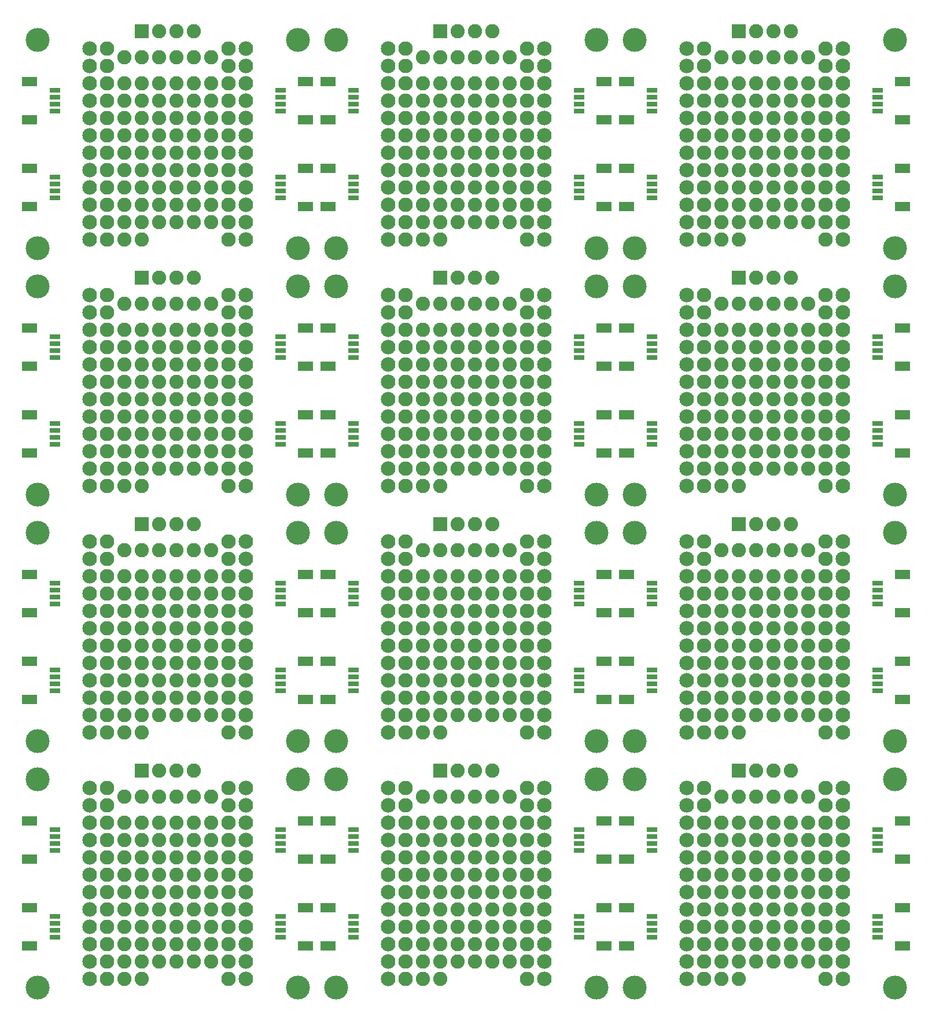
<source format=gts>
G75*
%MOIN*%
%OFA0B0*%
%FSLAX25Y25*%
%IPPOS*%
%LPD*%
%AMOC8*
5,1,8,0,0,1.08239X$1,22.5*
%
%ADD10C,0.08300*%
%ADD11C,0.08400*%
%ADD12R,0.08200X0.08200*%
%ADD13C,0.08200*%
%ADD14R,0.08674X0.05524*%
%ADD15R,0.06115X0.03162*%
%ADD16C,0.13800*%
D10*
X0133333Y0091000D03*
X0133333Y0101000D03*
X0133333Y0111000D03*
X0133333Y0121000D03*
X0133333Y0131000D03*
X0133333Y0141000D03*
X0133333Y0151000D03*
X0133333Y0161000D03*
X0133333Y0171000D03*
X0133333Y0181000D03*
X0133333Y0191000D03*
X0133333Y0201000D03*
X0133333Y0233000D03*
X0133333Y0243000D03*
X0133333Y0253000D03*
X0133333Y0263000D03*
X0133333Y0273000D03*
X0133333Y0283000D03*
X0133333Y0293000D03*
X0133333Y0303000D03*
X0133333Y0313000D03*
X0133333Y0323000D03*
X0133333Y0333000D03*
X0133333Y0343000D03*
X0133333Y0375000D03*
X0133333Y0385000D03*
X0133333Y0395000D03*
X0133333Y0405000D03*
X0133333Y0415000D03*
X0133333Y0425000D03*
X0133333Y0435000D03*
X0133333Y0445000D03*
X0133333Y0455000D03*
X0133333Y0465000D03*
X0133333Y0475000D03*
X0133333Y0485000D03*
X0133333Y0517000D03*
X0133333Y0527000D03*
X0133333Y0537000D03*
X0133333Y0547000D03*
X0133333Y0557000D03*
X0133333Y0567000D03*
X0133333Y0577000D03*
X0133333Y0587000D03*
X0133333Y0597000D03*
X0133333Y0607000D03*
X0133333Y0617000D03*
X0133333Y0627000D03*
X0203333Y0627000D03*
X0203333Y0617000D03*
X0203333Y0607000D03*
X0203333Y0597000D03*
X0203333Y0587000D03*
X0203333Y0577000D03*
X0203333Y0567000D03*
X0203333Y0557000D03*
X0203333Y0547000D03*
X0203333Y0537000D03*
X0203333Y0527000D03*
X0203333Y0517000D03*
X0203333Y0485000D03*
X0203333Y0475000D03*
X0203333Y0465000D03*
X0203333Y0455000D03*
X0203333Y0445000D03*
X0203333Y0435000D03*
X0203333Y0425000D03*
X0203333Y0415000D03*
X0203333Y0405000D03*
X0203333Y0395000D03*
X0203333Y0385000D03*
X0203333Y0375000D03*
X0203333Y0343000D03*
X0203333Y0333000D03*
X0203333Y0323000D03*
X0203333Y0313000D03*
X0203333Y0303000D03*
X0203333Y0293000D03*
X0203333Y0283000D03*
X0203333Y0273000D03*
X0203333Y0263000D03*
X0203333Y0253000D03*
X0203333Y0243000D03*
X0203333Y0233000D03*
X0203333Y0201000D03*
X0203333Y0191000D03*
X0203333Y0181000D03*
X0203333Y0171000D03*
X0203333Y0161000D03*
X0203333Y0151000D03*
X0203333Y0141000D03*
X0203333Y0131000D03*
X0203333Y0121000D03*
X0203333Y0111000D03*
X0203333Y0101000D03*
X0203333Y0091000D03*
X0305333Y0091000D03*
X0305333Y0101000D03*
X0305333Y0111000D03*
X0305333Y0121000D03*
X0305333Y0131000D03*
X0305333Y0141000D03*
X0305333Y0151000D03*
X0305333Y0161000D03*
X0305333Y0171000D03*
X0305333Y0181000D03*
X0305333Y0191000D03*
X0305333Y0201000D03*
X0305333Y0233000D03*
X0305333Y0243000D03*
X0305333Y0253000D03*
X0305333Y0263000D03*
X0305333Y0273000D03*
X0305333Y0283000D03*
X0305333Y0293000D03*
X0305333Y0303000D03*
X0305333Y0313000D03*
X0305333Y0323000D03*
X0305333Y0333000D03*
X0305333Y0343000D03*
X0305333Y0375000D03*
X0305333Y0385000D03*
X0305333Y0395000D03*
X0305333Y0405000D03*
X0305333Y0415000D03*
X0305333Y0425000D03*
X0305333Y0435000D03*
X0305333Y0445000D03*
X0305333Y0455000D03*
X0305333Y0465000D03*
X0305333Y0475000D03*
X0305333Y0485000D03*
X0305333Y0517000D03*
X0305333Y0527000D03*
X0305333Y0537000D03*
X0305333Y0547000D03*
X0305333Y0557000D03*
X0305333Y0567000D03*
X0305333Y0577000D03*
X0305333Y0587000D03*
X0305333Y0597000D03*
X0305333Y0607000D03*
X0305333Y0617000D03*
X0305333Y0627000D03*
X0375333Y0627000D03*
X0375333Y0617000D03*
X0375333Y0607000D03*
X0375333Y0597000D03*
X0375333Y0587000D03*
X0375333Y0577000D03*
X0375333Y0567000D03*
X0375333Y0557000D03*
X0375333Y0547000D03*
X0375333Y0537000D03*
X0375333Y0527000D03*
X0375333Y0517000D03*
X0375333Y0485000D03*
X0375333Y0475000D03*
X0375333Y0465000D03*
X0375333Y0455000D03*
X0375333Y0445000D03*
X0375333Y0435000D03*
X0375333Y0425000D03*
X0375333Y0415000D03*
X0375333Y0405000D03*
X0375333Y0395000D03*
X0375333Y0385000D03*
X0375333Y0375000D03*
X0375333Y0343000D03*
X0375333Y0333000D03*
X0375333Y0323000D03*
X0375333Y0313000D03*
X0375333Y0303000D03*
X0375333Y0293000D03*
X0375333Y0283000D03*
X0375333Y0273000D03*
X0375333Y0263000D03*
X0375333Y0253000D03*
X0375333Y0243000D03*
X0375333Y0233000D03*
X0375333Y0201000D03*
X0375333Y0191000D03*
X0375333Y0181000D03*
X0375333Y0171000D03*
X0375333Y0161000D03*
X0375333Y0151000D03*
X0375333Y0141000D03*
X0375333Y0131000D03*
X0375333Y0121000D03*
X0375333Y0111000D03*
X0375333Y0101000D03*
X0375333Y0091000D03*
X0477333Y0091000D03*
X0477333Y0101000D03*
X0477333Y0111000D03*
X0477333Y0121000D03*
X0477333Y0131000D03*
X0477333Y0141000D03*
X0477333Y0151000D03*
X0477333Y0161000D03*
X0477333Y0171000D03*
X0477333Y0181000D03*
X0477333Y0191000D03*
X0477333Y0201000D03*
X0477333Y0233000D03*
X0477333Y0243000D03*
X0477333Y0253000D03*
X0477333Y0263000D03*
X0477333Y0273000D03*
X0477333Y0283000D03*
X0477333Y0293000D03*
X0477333Y0303000D03*
X0477333Y0313000D03*
X0477333Y0323000D03*
X0477333Y0333000D03*
X0477333Y0343000D03*
X0477333Y0375000D03*
X0477333Y0385000D03*
X0477333Y0395000D03*
X0477333Y0405000D03*
X0477333Y0415000D03*
X0477333Y0425000D03*
X0477333Y0435000D03*
X0477333Y0445000D03*
X0477333Y0455000D03*
X0477333Y0465000D03*
X0477333Y0475000D03*
X0477333Y0485000D03*
X0477333Y0517000D03*
X0477333Y0527000D03*
X0477333Y0537000D03*
X0477333Y0547000D03*
X0477333Y0557000D03*
X0477333Y0567000D03*
X0477333Y0577000D03*
X0477333Y0587000D03*
X0477333Y0597000D03*
X0477333Y0607000D03*
X0477333Y0617000D03*
X0477333Y0627000D03*
X0547333Y0627000D03*
X0547333Y0617000D03*
X0547333Y0607000D03*
X0547333Y0597000D03*
X0547333Y0587000D03*
X0547333Y0577000D03*
X0547333Y0567000D03*
X0547333Y0557000D03*
X0547333Y0547000D03*
X0547333Y0537000D03*
X0547333Y0527000D03*
X0547333Y0517000D03*
X0547333Y0485000D03*
X0547333Y0475000D03*
X0547333Y0465000D03*
X0547333Y0455000D03*
X0547333Y0445000D03*
X0547333Y0435000D03*
X0547333Y0425000D03*
X0547333Y0415000D03*
X0547333Y0405000D03*
X0547333Y0395000D03*
X0547333Y0385000D03*
X0547333Y0375000D03*
X0547333Y0343000D03*
X0547333Y0333000D03*
X0547333Y0323000D03*
X0547333Y0313000D03*
X0547333Y0303000D03*
X0547333Y0293000D03*
X0547333Y0283000D03*
X0547333Y0273000D03*
X0547333Y0263000D03*
X0547333Y0253000D03*
X0547333Y0243000D03*
X0547333Y0233000D03*
X0547333Y0201000D03*
X0547333Y0191000D03*
X0547333Y0181000D03*
X0547333Y0171000D03*
X0547333Y0161000D03*
X0547333Y0151000D03*
X0547333Y0141000D03*
X0547333Y0131000D03*
X0547333Y0121000D03*
X0547333Y0111000D03*
X0547333Y0101000D03*
X0547333Y0091000D03*
D11*
X0557333Y0091000D03*
X0557333Y0101000D03*
X0557333Y0111000D03*
X0557333Y0121000D03*
X0557333Y0131000D03*
X0557333Y0141000D03*
X0557333Y0151000D03*
X0557333Y0161000D03*
X0557333Y0171000D03*
X0557333Y0181000D03*
X0557333Y0191000D03*
X0557333Y0201000D03*
X0557333Y0233000D03*
X0557333Y0243000D03*
X0557333Y0253000D03*
X0557333Y0263000D03*
X0557333Y0273000D03*
X0557333Y0283000D03*
X0557333Y0293000D03*
X0557333Y0303000D03*
X0557333Y0313000D03*
X0557333Y0323000D03*
X0557333Y0333000D03*
X0557333Y0343000D03*
X0557333Y0375000D03*
X0557333Y0385000D03*
X0557333Y0395000D03*
X0557333Y0405000D03*
X0557333Y0415000D03*
X0557333Y0425000D03*
X0557333Y0435000D03*
X0557333Y0445000D03*
X0557333Y0455000D03*
X0557333Y0465000D03*
X0557333Y0475000D03*
X0557333Y0485000D03*
X0557333Y0517000D03*
X0557333Y0527000D03*
X0557333Y0537000D03*
X0557333Y0547000D03*
X0557333Y0557000D03*
X0557333Y0567000D03*
X0557333Y0577000D03*
X0557333Y0587000D03*
X0557333Y0597000D03*
X0557333Y0607000D03*
X0557333Y0617000D03*
X0557333Y0627000D03*
X0467333Y0627000D03*
X0467333Y0617000D03*
X0467333Y0607000D03*
X0467333Y0597000D03*
X0467333Y0587000D03*
X0467333Y0577000D03*
X0467333Y0567000D03*
X0467333Y0557000D03*
X0467333Y0547000D03*
X0467333Y0537000D03*
X0467333Y0527000D03*
X0467333Y0517000D03*
X0467333Y0485000D03*
X0467333Y0475000D03*
X0467333Y0465000D03*
X0467333Y0455000D03*
X0467333Y0445000D03*
X0467333Y0435000D03*
X0467333Y0425000D03*
X0467333Y0415000D03*
X0467333Y0405000D03*
X0467333Y0395000D03*
X0467333Y0385000D03*
X0467333Y0375000D03*
X0467333Y0343000D03*
X0467333Y0333000D03*
X0467333Y0323000D03*
X0467333Y0313000D03*
X0467333Y0303000D03*
X0467333Y0293000D03*
X0467333Y0283000D03*
X0467333Y0273000D03*
X0467333Y0263000D03*
X0467333Y0253000D03*
X0467333Y0243000D03*
X0467333Y0233000D03*
X0467333Y0201000D03*
X0467333Y0191000D03*
X0467333Y0181000D03*
X0467333Y0171000D03*
X0467333Y0161000D03*
X0467333Y0151000D03*
X0467333Y0141000D03*
X0467333Y0131000D03*
X0467333Y0121000D03*
X0467333Y0111000D03*
X0467333Y0101000D03*
X0467333Y0091000D03*
X0385333Y0091000D03*
X0385333Y0101000D03*
X0385333Y0111000D03*
X0385333Y0121000D03*
X0385333Y0131000D03*
X0385333Y0141000D03*
X0385333Y0151000D03*
X0385333Y0161000D03*
X0385333Y0171000D03*
X0385333Y0181000D03*
X0385333Y0191000D03*
X0385333Y0201000D03*
X0385333Y0233000D03*
X0385333Y0243000D03*
X0385333Y0253000D03*
X0385333Y0263000D03*
X0385333Y0273000D03*
X0385333Y0283000D03*
X0385333Y0293000D03*
X0385333Y0303000D03*
X0385333Y0313000D03*
X0385333Y0323000D03*
X0385333Y0333000D03*
X0385333Y0343000D03*
X0385333Y0375000D03*
X0385333Y0385000D03*
X0385333Y0395000D03*
X0385333Y0405000D03*
X0385333Y0415000D03*
X0385333Y0425000D03*
X0385333Y0435000D03*
X0385333Y0445000D03*
X0385333Y0455000D03*
X0385333Y0465000D03*
X0385333Y0475000D03*
X0385333Y0485000D03*
X0385333Y0517000D03*
X0385333Y0527000D03*
X0385333Y0537000D03*
X0385333Y0547000D03*
X0385333Y0557000D03*
X0385333Y0567000D03*
X0385333Y0577000D03*
X0385333Y0587000D03*
X0385333Y0597000D03*
X0385333Y0607000D03*
X0385333Y0617000D03*
X0385333Y0627000D03*
X0295333Y0627000D03*
X0295333Y0617000D03*
X0295333Y0607000D03*
X0295333Y0597000D03*
X0295333Y0587000D03*
X0295333Y0577000D03*
X0295333Y0567000D03*
X0295333Y0557000D03*
X0295333Y0547000D03*
X0295333Y0537000D03*
X0295333Y0527000D03*
X0295333Y0517000D03*
X0295333Y0485000D03*
X0295333Y0475000D03*
X0295333Y0465000D03*
X0295333Y0455000D03*
X0295333Y0445000D03*
X0295333Y0435000D03*
X0295333Y0425000D03*
X0295333Y0415000D03*
X0295333Y0405000D03*
X0295333Y0395000D03*
X0295333Y0385000D03*
X0295333Y0375000D03*
X0295333Y0343000D03*
X0295333Y0333000D03*
X0295333Y0323000D03*
X0295333Y0313000D03*
X0295333Y0303000D03*
X0295333Y0293000D03*
X0295333Y0283000D03*
X0295333Y0273000D03*
X0295333Y0263000D03*
X0295333Y0253000D03*
X0295333Y0243000D03*
X0295333Y0233000D03*
X0295333Y0201000D03*
X0295333Y0191000D03*
X0295333Y0181000D03*
X0295333Y0171000D03*
X0295333Y0161000D03*
X0295333Y0151000D03*
X0295333Y0141000D03*
X0295333Y0131000D03*
X0295333Y0121000D03*
X0295333Y0111000D03*
X0295333Y0101000D03*
X0295333Y0091000D03*
X0213333Y0091000D03*
X0213333Y0101000D03*
X0213333Y0111000D03*
X0213333Y0121000D03*
X0213333Y0131000D03*
X0213333Y0141000D03*
X0213333Y0151000D03*
X0213333Y0161000D03*
X0213333Y0171000D03*
X0213333Y0181000D03*
X0213333Y0191000D03*
X0213333Y0201000D03*
X0213333Y0233000D03*
X0213333Y0243000D03*
X0213333Y0253000D03*
X0213333Y0263000D03*
X0213333Y0273000D03*
X0213333Y0283000D03*
X0213333Y0293000D03*
X0213333Y0303000D03*
X0213333Y0313000D03*
X0213333Y0323000D03*
X0213333Y0333000D03*
X0213333Y0343000D03*
X0213333Y0375000D03*
X0213333Y0385000D03*
X0213333Y0395000D03*
X0213333Y0405000D03*
X0213333Y0415000D03*
X0213333Y0425000D03*
X0213333Y0435000D03*
X0213333Y0445000D03*
X0213333Y0455000D03*
X0213333Y0465000D03*
X0213333Y0475000D03*
X0213333Y0485000D03*
X0213333Y0517000D03*
X0213333Y0527000D03*
X0213333Y0537000D03*
X0213333Y0547000D03*
X0213333Y0557000D03*
X0213333Y0567000D03*
X0213333Y0577000D03*
X0213333Y0587000D03*
X0213333Y0597000D03*
X0213333Y0607000D03*
X0213333Y0617000D03*
X0213333Y0627000D03*
X0123333Y0627000D03*
X0123333Y0617000D03*
X0123333Y0607000D03*
X0123333Y0597000D03*
X0123333Y0587000D03*
X0123333Y0577000D03*
X0123333Y0567000D03*
X0123333Y0557000D03*
X0123333Y0547000D03*
X0123333Y0537000D03*
X0123333Y0527000D03*
X0123333Y0517000D03*
X0123333Y0485000D03*
X0123333Y0475000D03*
X0123333Y0465000D03*
X0123333Y0455000D03*
X0123333Y0445000D03*
X0123333Y0435000D03*
X0123333Y0425000D03*
X0123333Y0415000D03*
X0123333Y0405000D03*
X0123333Y0395000D03*
X0123333Y0385000D03*
X0123333Y0375000D03*
X0123333Y0343000D03*
X0123333Y0333000D03*
X0123333Y0323000D03*
X0123333Y0313000D03*
X0123333Y0303000D03*
X0123333Y0293000D03*
X0123333Y0283000D03*
X0123333Y0273000D03*
X0123333Y0263000D03*
X0123333Y0253000D03*
X0123333Y0243000D03*
X0123333Y0233000D03*
X0123333Y0201000D03*
X0123333Y0191000D03*
X0123333Y0181000D03*
X0123333Y0171000D03*
X0123333Y0161000D03*
X0123333Y0151000D03*
X0123333Y0141000D03*
X0123333Y0131000D03*
X0123333Y0121000D03*
X0123333Y0111000D03*
X0123333Y0101000D03*
X0123333Y0091000D03*
D12*
X0153333Y0211000D03*
X0153333Y0353000D03*
X0153333Y0495000D03*
X0153333Y0637000D03*
X0325333Y0637000D03*
X0325333Y0495000D03*
X0325333Y0353000D03*
X0325333Y0211000D03*
X0497333Y0211000D03*
X0497333Y0353000D03*
X0497333Y0495000D03*
X0497333Y0637000D03*
D13*
X0507333Y0637000D03*
X0517333Y0637000D03*
X0527333Y0637000D03*
X0527333Y0622000D03*
X0537333Y0622000D03*
X0537333Y0607000D03*
X0527333Y0607000D03*
X0517333Y0607000D03*
X0507333Y0607000D03*
X0497333Y0607000D03*
X0487333Y0607000D03*
X0487333Y0597000D03*
X0487333Y0587000D03*
X0487333Y0577000D03*
X0487333Y0567000D03*
X0487333Y0557000D03*
X0487333Y0547000D03*
X0487333Y0537000D03*
X0487333Y0527000D03*
X0487333Y0517000D03*
X0497333Y0517000D03*
X0497333Y0527000D03*
X0507333Y0527000D03*
X0517333Y0527000D03*
X0517333Y0537000D03*
X0507333Y0537000D03*
X0497333Y0537000D03*
X0497333Y0547000D03*
X0507333Y0547000D03*
X0517333Y0547000D03*
X0517333Y0557000D03*
X0507333Y0557000D03*
X0497333Y0557000D03*
X0497333Y0567000D03*
X0507333Y0567000D03*
X0517333Y0567000D03*
X0517333Y0577000D03*
X0507333Y0577000D03*
X0497333Y0577000D03*
X0497333Y0587000D03*
X0497333Y0597000D03*
X0507333Y0597000D03*
X0507333Y0587000D03*
X0517333Y0587000D03*
X0517333Y0597000D03*
X0527333Y0597000D03*
X0527333Y0587000D03*
X0527333Y0577000D03*
X0537333Y0577000D03*
X0537333Y0587000D03*
X0537333Y0597000D03*
X0537333Y0567000D03*
X0527333Y0567000D03*
X0527333Y0557000D03*
X0537333Y0557000D03*
X0537333Y0547000D03*
X0527333Y0547000D03*
X0527333Y0537000D03*
X0537333Y0537000D03*
X0537333Y0527000D03*
X0527333Y0527000D03*
X0527333Y0495000D03*
X0517333Y0495000D03*
X0507333Y0495000D03*
X0507333Y0480000D03*
X0497333Y0480000D03*
X0487333Y0480000D03*
X0487333Y0465000D03*
X0487333Y0455000D03*
X0487333Y0445000D03*
X0487333Y0435000D03*
X0487333Y0425000D03*
X0487333Y0415000D03*
X0487333Y0405000D03*
X0487333Y0395000D03*
X0487333Y0385000D03*
X0487333Y0375000D03*
X0497333Y0375000D03*
X0497333Y0385000D03*
X0507333Y0385000D03*
X0517333Y0385000D03*
X0517333Y0395000D03*
X0507333Y0395000D03*
X0497333Y0395000D03*
X0497333Y0405000D03*
X0507333Y0405000D03*
X0517333Y0405000D03*
X0517333Y0415000D03*
X0507333Y0415000D03*
X0497333Y0415000D03*
X0497333Y0425000D03*
X0507333Y0425000D03*
X0517333Y0425000D03*
X0517333Y0435000D03*
X0507333Y0435000D03*
X0497333Y0435000D03*
X0497333Y0445000D03*
X0507333Y0445000D03*
X0517333Y0445000D03*
X0517333Y0455000D03*
X0507333Y0455000D03*
X0497333Y0455000D03*
X0497333Y0465000D03*
X0507333Y0465000D03*
X0517333Y0465000D03*
X0527333Y0465000D03*
X0527333Y0455000D03*
X0537333Y0455000D03*
X0537333Y0465000D03*
X0537333Y0480000D03*
X0527333Y0480000D03*
X0517333Y0480000D03*
X0527333Y0445000D03*
X0527333Y0435000D03*
X0537333Y0435000D03*
X0537333Y0445000D03*
X0537333Y0425000D03*
X0527333Y0425000D03*
X0527333Y0415000D03*
X0537333Y0415000D03*
X0537333Y0405000D03*
X0527333Y0405000D03*
X0527333Y0395000D03*
X0537333Y0395000D03*
X0537333Y0385000D03*
X0527333Y0385000D03*
X0527333Y0353000D03*
X0517333Y0353000D03*
X0507333Y0353000D03*
X0507333Y0338000D03*
X0497333Y0338000D03*
X0487333Y0338000D03*
X0487333Y0323000D03*
X0487333Y0313000D03*
X0487333Y0303000D03*
X0487333Y0293000D03*
X0487333Y0283000D03*
X0487333Y0273000D03*
X0487333Y0263000D03*
X0487333Y0253000D03*
X0487333Y0243000D03*
X0487333Y0233000D03*
X0497333Y0233000D03*
X0497333Y0243000D03*
X0507333Y0243000D03*
X0517333Y0243000D03*
X0517333Y0253000D03*
X0507333Y0253000D03*
X0497333Y0253000D03*
X0497333Y0263000D03*
X0507333Y0263000D03*
X0517333Y0263000D03*
X0517333Y0273000D03*
X0507333Y0273000D03*
X0497333Y0273000D03*
X0497333Y0283000D03*
X0507333Y0283000D03*
X0517333Y0283000D03*
X0517333Y0293000D03*
X0507333Y0293000D03*
X0497333Y0293000D03*
X0497333Y0303000D03*
X0507333Y0303000D03*
X0517333Y0303000D03*
X0517333Y0313000D03*
X0507333Y0313000D03*
X0497333Y0313000D03*
X0497333Y0323000D03*
X0507333Y0323000D03*
X0517333Y0323000D03*
X0527333Y0323000D03*
X0527333Y0313000D03*
X0537333Y0313000D03*
X0537333Y0323000D03*
X0537333Y0338000D03*
X0527333Y0338000D03*
X0517333Y0338000D03*
X0527333Y0303000D03*
X0527333Y0293000D03*
X0537333Y0293000D03*
X0537333Y0303000D03*
X0537333Y0283000D03*
X0527333Y0283000D03*
X0527333Y0273000D03*
X0537333Y0273000D03*
X0537333Y0263000D03*
X0527333Y0263000D03*
X0527333Y0253000D03*
X0537333Y0253000D03*
X0537333Y0243000D03*
X0527333Y0243000D03*
X0527333Y0211000D03*
X0517333Y0211000D03*
X0507333Y0211000D03*
X0507333Y0196000D03*
X0497333Y0196000D03*
X0487333Y0196000D03*
X0487333Y0181000D03*
X0487333Y0171000D03*
X0487333Y0161000D03*
X0487333Y0151000D03*
X0487333Y0141000D03*
X0487333Y0131000D03*
X0487333Y0121000D03*
X0487333Y0111000D03*
X0487333Y0101000D03*
X0487333Y0091000D03*
X0497333Y0091000D03*
X0497333Y0101000D03*
X0507333Y0101000D03*
X0517333Y0101000D03*
X0517333Y0111000D03*
X0507333Y0111000D03*
X0497333Y0111000D03*
X0497333Y0121000D03*
X0507333Y0121000D03*
X0517333Y0121000D03*
X0517333Y0131000D03*
X0507333Y0131000D03*
X0497333Y0131000D03*
X0497333Y0141000D03*
X0507333Y0141000D03*
X0517333Y0141000D03*
X0517333Y0151000D03*
X0507333Y0151000D03*
X0497333Y0151000D03*
X0497333Y0161000D03*
X0507333Y0161000D03*
X0517333Y0161000D03*
X0517333Y0171000D03*
X0507333Y0171000D03*
X0497333Y0171000D03*
X0497333Y0181000D03*
X0507333Y0181000D03*
X0517333Y0181000D03*
X0527333Y0181000D03*
X0527333Y0171000D03*
X0537333Y0171000D03*
X0537333Y0181000D03*
X0537333Y0196000D03*
X0527333Y0196000D03*
X0517333Y0196000D03*
X0527333Y0161000D03*
X0527333Y0151000D03*
X0537333Y0151000D03*
X0537333Y0161000D03*
X0537333Y0141000D03*
X0527333Y0141000D03*
X0527333Y0131000D03*
X0537333Y0131000D03*
X0537333Y0121000D03*
X0527333Y0121000D03*
X0527333Y0111000D03*
X0537333Y0111000D03*
X0537333Y0101000D03*
X0527333Y0101000D03*
X0365333Y0101000D03*
X0355333Y0101000D03*
X0345333Y0101000D03*
X0335333Y0101000D03*
X0325333Y0101000D03*
X0315333Y0101000D03*
X0315333Y0091000D03*
X0325333Y0091000D03*
X0325333Y0111000D03*
X0315333Y0111000D03*
X0315333Y0121000D03*
X0325333Y0121000D03*
X0325333Y0131000D03*
X0315333Y0131000D03*
X0315333Y0141000D03*
X0325333Y0141000D03*
X0325333Y0151000D03*
X0315333Y0151000D03*
X0315333Y0161000D03*
X0325333Y0161000D03*
X0325333Y0171000D03*
X0315333Y0171000D03*
X0315333Y0181000D03*
X0325333Y0181000D03*
X0335333Y0181000D03*
X0335333Y0171000D03*
X0345333Y0171000D03*
X0345333Y0181000D03*
X0355333Y0181000D03*
X0355333Y0171000D03*
X0365333Y0171000D03*
X0365333Y0181000D03*
X0365333Y0196000D03*
X0355333Y0196000D03*
X0345333Y0196000D03*
X0335333Y0196000D03*
X0325333Y0196000D03*
X0315333Y0196000D03*
X0335333Y0211000D03*
X0345333Y0211000D03*
X0355333Y0211000D03*
X0355333Y0243000D03*
X0365333Y0243000D03*
X0365333Y0253000D03*
X0355333Y0253000D03*
X0355333Y0263000D03*
X0365333Y0263000D03*
X0365333Y0273000D03*
X0355333Y0273000D03*
X0355333Y0283000D03*
X0365333Y0283000D03*
X0365333Y0293000D03*
X0355333Y0293000D03*
X0355333Y0303000D03*
X0365333Y0303000D03*
X0365333Y0313000D03*
X0355333Y0313000D03*
X0355333Y0323000D03*
X0365333Y0323000D03*
X0365333Y0338000D03*
X0355333Y0338000D03*
X0345333Y0338000D03*
X0335333Y0338000D03*
X0325333Y0338000D03*
X0315333Y0338000D03*
X0315333Y0323000D03*
X0315333Y0313000D03*
X0325333Y0313000D03*
X0325333Y0323000D03*
X0335333Y0323000D03*
X0335333Y0313000D03*
X0345333Y0313000D03*
X0345333Y0323000D03*
X0345333Y0303000D03*
X0335333Y0303000D03*
X0335333Y0293000D03*
X0345333Y0293000D03*
X0345333Y0283000D03*
X0335333Y0283000D03*
X0335333Y0273000D03*
X0345333Y0273000D03*
X0345333Y0263000D03*
X0335333Y0263000D03*
X0335333Y0253000D03*
X0345333Y0253000D03*
X0345333Y0243000D03*
X0335333Y0243000D03*
X0325333Y0243000D03*
X0315333Y0243000D03*
X0315333Y0233000D03*
X0325333Y0233000D03*
X0325333Y0253000D03*
X0315333Y0253000D03*
X0315333Y0263000D03*
X0325333Y0263000D03*
X0325333Y0273000D03*
X0315333Y0273000D03*
X0315333Y0283000D03*
X0325333Y0283000D03*
X0325333Y0293000D03*
X0315333Y0293000D03*
X0315333Y0303000D03*
X0325333Y0303000D03*
X0335333Y0353000D03*
X0345333Y0353000D03*
X0355333Y0353000D03*
X0355333Y0385000D03*
X0365333Y0385000D03*
X0365333Y0395000D03*
X0355333Y0395000D03*
X0355333Y0405000D03*
X0365333Y0405000D03*
X0365333Y0415000D03*
X0355333Y0415000D03*
X0355333Y0425000D03*
X0365333Y0425000D03*
X0365333Y0435000D03*
X0355333Y0435000D03*
X0355333Y0445000D03*
X0365333Y0445000D03*
X0365333Y0455000D03*
X0355333Y0455000D03*
X0355333Y0465000D03*
X0365333Y0465000D03*
X0365333Y0480000D03*
X0355333Y0480000D03*
X0345333Y0480000D03*
X0335333Y0480000D03*
X0325333Y0480000D03*
X0315333Y0480000D03*
X0315333Y0465000D03*
X0315333Y0455000D03*
X0325333Y0455000D03*
X0325333Y0465000D03*
X0335333Y0465000D03*
X0335333Y0455000D03*
X0345333Y0455000D03*
X0345333Y0465000D03*
X0345333Y0445000D03*
X0335333Y0445000D03*
X0335333Y0435000D03*
X0345333Y0435000D03*
X0345333Y0425000D03*
X0335333Y0425000D03*
X0335333Y0415000D03*
X0345333Y0415000D03*
X0345333Y0405000D03*
X0335333Y0405000D03*
X0335333Y0395000D03*
X0345333Y0395000D03*
X0345333Y0385000D03*
X0335333Y0385000D03*
X0325333Y0385000D03*
X0315333Y0385000D03*
X0315333Y0375000D03*
X0325333Y0375000D03*
X0325333Y0395000D03*
X0315333Y0395000D03*
X0315333Y0405000D03*
X0325333Y0405000D03*
X0325333Y0415000D03*
X0315333Y0415000D03*
X0315333Y0425000D03*
X0325333Y0425000D03*
X0325333Y0435000D03*
X0315333Y0435000D03*
X0315333Y0445000D03*
X0325333Y0445000D03*
X0335333Y0495000D03*
X0345333Y0495000D03*
X0355333Y0495000D03*
X0355333Y0527000D03*
X0365333Y0527000D03*
X0365333Y0537000D03*
X0355333Y0537000D03*
X0355333Y0547000D03*
X0365333Y0547000D03*
X0365333Y0557000D03*
X0355333Y0557000D03*
X0355333Y0567000D03*
X0365333Y0567000D03*
X0365333Y0577000D03*
X0355333Y0577000D03*
X0355333Y0587000D03*
X0355333Y0597000D03*
X0365333Y0597000D03*
X0365333Y0587000D03*
X0345333Y0587000D03*
X0335333Y0587000D03*
X0335333Y0577000D03*
X0345333Y0577000D03*
X0345333Y0567000D03*
X0335333Y0567000D03*
X0335333Y0557000D03*
X0345333Y0557000D03*
X0345333Y0547000D03*
X0335333Y0547000D03*
X0335333Y0537000D03*
X0345333Y0537000D03*
X0345333Y0527000D03*
X0335333Y0527000D03*
X0325333Y0527000D03*
X0315333Y0527000D03*
X0315333Y0517000D03*
X0325333Y0517000D03*
X0325333Y0537000D03*
X0315333Y0537000D03*
X0315333Y0547000D03*
X0325333Y0547000D03*
X0325333Y0557000D03*
X0315333Y0557000D03*
X0315333Y0567000D03*
X0325333Y0567000D03*
X0325333Y0577000D03*
X0315333Y0577000D03*
X0315333Y0587000D03*
X0315333Y0597000D03*
X0325333Y0597000D03*
X0325333Y0587000D03*
X0335333Y0597000D03*
X0345333Y0597000D03*
X0345333Y0607000D03*
X0335333Y0607000D03*
X0325333Y0607000D03*
X0315333Y0607000D03*
X0315333Y0622000D03*
X0325333Y0622000D03*
X0335333Y0622000D03*
X0345333Y0622000D03*
X0355333Y0622000D03*
X0365333Y0622000D03*
X0365333Y0607000D03*
X0355333Y0607000D03*
X0355333Y0637000D03*
X0345333Y0637000D03*
X0335333Y0637000D03*
X0193333Y0622000D03*
X0183333Y0622000D03*
X0173333Y0622000D03*
X0163333Y0622000D03*
X0153333Y0622000D03*
X0143333Y0622000D03*
X0143333Y0607000D03*
X0153333Y0607000D03*
X0163333Y0607000D03*
X0163333Y0597000D03*
X0153333Y0597000D03*
X0143333Y0597000D03*
X0143333Y0587000D03*
X0143333Y0577000D03*
X0153333Y0577000D03*
X0153333Y0587000D03*
X0163333Y0587000D03*
X0163333Y0577000D03*
X0163333Y0567000D03*
X0153333Y0567000D03*
X0143333Y0567000D03*
X0143333Y0557000D03*
X0153333Y0557000D03*
X0163333Y0557000D03*
X0163333Y0547000D03*
X0153333Y0547000D03*
X0143333Y0547000D03*
X0143333Y0537000D03*
X0153333Y0537000D03*
X0163333Y0537000D03*
X0163333Y0527000D03*
X0153333Y0527000D03*
X0143333Y0527000D03*
X0143333Y0517000D03*
X0153333Y0517000D03*
X0173333Y0527000D03*
X0183333Y0527000D03*
X0183333Y0537000D03*
X0173333Y0537000D03*
X0173333Y0547000D03*
X0183333Y0547000D03*
X0183333Y0557000D03*
X0173333Y0557000D03*
X0173333Y0567000D03*
X0183333Y0567000D03*
X0183333Y0577000D03*
X0173333Y0577000D03*
X0173333Y0587000D03*
X0173333Y0597000D03*
X0183333Y0597000D03*
X0183333Y0587000D03*
X0193333Y0587000D03*
X0193333Y0577000D03*
X0193333Y0567000D03*
X0193333Y0557000D03*
X0193333Y0547000D03*
X0193333Y0537000D03*
X0193333Y0527000D03*
X0183333Y0495000D03*
X0173333Y0495000D03*
X0163333Y0495000D03*
X0163333Y0480000D03*
X0153333Y0480000D03*
X0143333Y0480000D03*
X0143333Y0465000D03*
X0143333Y0455000D03*
X0153333Y0455000D03*
X0153333Y0465000D03*
X0163333Y0465000D03*
X0163333Y0455000D03*
X0163333Y0445000D03*
X0153333Y0445000D03*
X0143333Y0445000D03*
X0143333Y0435000D03*
X0153333Y0435000D03*
X0163333Y0435000D03*
X0163333Y0425000D03*
X0153333Y0425000D03*
X0143333Y0425000D03*
X0143333Y0415000D03*
X0153333Y0415000D03*
X0163333Y0415000D03*
X0163333Y0405000D03*
X0153333Y0405000D03*
X0143333Y0405000D03*
X0143333Y0395000D03*
X0153333Y0395000D03*
X0163333Y0395000D03*
X0163333Y0385000D03*
X0153333Y0385000D03*
X0143333Y0385000D03*
X0143333Y0375000D03*
X0153333Y0375000D03*
X0173333Y0385000D03*
X0183333Y0385000D03*
X0183333Y0395000D03*
X0173333Y0395000D03*
X0173333Y0405000D03*
X0183333Y0405000D03*
X0183333Y0415000D03*
X0173333Y0415000D03*
X0173333Y0425000D03*
X0183333Y0425000D03*
X0183333Y0435000D03*
X0173333Y0435000D03*
X0173333Y0445000D03*
X0183333Y0445000D03*
X0183333Y0455000D03*
X0173333Y0455000D03*
X0173333Y0465000D03*
X0183333Y0465000D03*
X0193333Y0465000D03*
X0193333Y0455000D03*
X0193333Y0445000D03*
X0193333Y0435000D03*
X0193333Y0425000D03*
X0193333Y0415000D03*
X0193333Y0405000D03*
X0193333Y0395000D03*
X0193333Y0385000D03*
X0183333Y0353000D03*
X0173333Y0353000D03*
X0163333Y0353000D03*
X0163333Y0338000D03*
X0153333Y0338000D03*
X0143333Y0338000D03*
X0143333Y0323000D03*
X0143333Y0313000D03*
X0153333Y0313000D03*
X0153333Y0323000D03*
X0163333Y0323000D03*
X0163333Y0313000D03*
X0163333Y0303000D03*
X0153333Y0303000D03*
X0143333Y0303000D03*
X0143333Y0293000D03*
X0153333Y0293000D03*
X0163333Y0293000D03*
X0163333Y0283000D03*
X0153333Y0283000D03*
X0143333Y0283000D03*
X0143333Y0273000D03*
X0153333Y0273000D03*
X0163333Y0273000D03*
X0163333Y0263000D03*
X0153333Y0263000D03*
X0143333Y0263000D03*
X0143333Y0253000D03*
X0153333Y0253000D03*
X0163333Y0253000D03*
X0163333Y0243000D03*
X0153333Y0243000D03*
X0143333Y0243000D03*
X0143333Y0233000D03*
X0153333Y0233000D03*
X0173333Y0243000D03*
X0183333Y0243000D03*
X0183333Y0253000D03*
X0173333Y0253000D03*
X0173333Y0263000D03*
X0183333Y0263000D03*
X0183333Y0273000D03*
X0173333Y0273000D03*
X0173333Y0283000D03*
X0183333Y0283000D03*
X0183333Y0293000D03*
X0173333Y0293000D03*
X0173333Y0303000D03*
X0183333Y0303000D03*
X0183333Y0313000D03*
X0173333Y0313000D03*
X0173333Y0323000D03*
X0183333Y0323000D03*
X0193333Y0323000D03*
X0193333Y0313000D03*
X0193333Y0303000D03*
X0193333Y0293000D03*
X0193333Y0283000D03*
X0193333Y0273000D03*
X0193333Y0263000D03*
X0193333Y0253000D03*
X0193333Y0243000D03*
X0183333Y0211000D03*
X0173333Y0211000D03*
X0163333Y0211000D03*
X0163333Y0196000D03*
X0153333Y0196000D03*
X0143333Y0196000D03*
X0143333Y0181000D03*
X0143333Y0171000D03*
X0153333Y0171000D03*
X0153333Y0181000D03*
X0163333Y0181000D03*
X0163333Y0171000D03*
X0163333Y0161000D03*
X0153333Y0161000D03*
X0143333Y0161000D03*
X0143333Y0151000D03*
X0153333Y0151000D03*
X0163333Y0151000D03*
X0163333Y0141000D03*
X0153333Y0141000D03*
X0143333Y0141000D03*
X0143333Y0131000D03*
X0153333Y0131000D03*
X0163333Y0131000D03*
X0163333Y0121000D03*
X0153333Y0121000D03*
X0143333Y0121000D03*
X0143333Y0111000D03*
X0153333Y0111000D03*
X0163333Y0111000D03*
X0163333Y0101000D03*
X0153333Y0101000D03*
X0143333Y0101000D03*
X0143333Y0091000D03*
X0153333Y0091000D03*
X0173333Y0101000D03*
X0183333Y0101000D03*
X0183333Y0111000D03*
X0173333Y0111000D03*
X0173333Y0121000D03*
X0183333Y0121000D03*
X0183333Y0131000D03*
X0173333Y0131000D03*
X0173333Y0141000D03*
X0183333Y0141000D03*
X0183333Y0151000D03*
X0173333Y0151000D03*
X0173333Y0161000D03*
X0183333Y0161000D03*
X0183333Y0171000D03*
X0173333Y0171000D03*
X0173333Y0181000D03*
X0183333Y0181000D03*
X0193333Y0181000D03*
X0193333Y0171000D03*
X0193333Y0161000D03*
X0193333Y0151000D03*
X0193333Y0141000D03*
X0193333Y0131000D03*
X0193333Y0121000D03*
X0193333Y0111000D03*
X0193333Y0101000D03*
X0193333Y0196000D03*
X0183333Y0196000D03*
X0173333Y0196000D03*
X0173333Y0338000D03*
X0183333Y0338000D03*
X0193333Y0338000D03*
X0193333Y0480000D03*
X0183333Y0480000D03*
X0173333Y0480000D03*
X0193333Y0597000D03*
X0193333Y0607000D03*
X0183333Y0607000D03*
X0173333Y0607000D03*
X0173333Y0637000D03*
X0183333Y0637000D03*
X0163333Y0637000D03*
X0487333Y0622000D03*
X0497333Y0622000D03*
X0507333Y0622000D03*
X0517333Y0622000D03*
X0365333Y0161000D03*
X0355333Y0161000D03*
X0355333Y0151000D03*
X0365333Y0151000D03*
X0365333Y0141000D03*
X0355333Y0141000D03*
X0355333Y0131000D03*
X0365333Y0131000D03*
X0365333Y0121000D03*
X0355333Y0121000D03*
X0355333Y0111000D03*
X0365333Y0111000D03*
X0345333Y0111000D03*
X0335333Y0111000D03*
X0335333Y0121000D03*
X0345333Y0121000D03*
X0345333Y0131000D03*
X0335333Y0131000D03*
X0335333Y0141000D03*
X0345333Y0141000D03*
X0345333Y0151000D03*
X0335333Y0151000D03*
X0335333Y0161000D03*
X0345333Y0161000D03*
D14*
X0419802Y0159976D03*
X0432865Y0159976D03*
X0432865Y0182024D03*
X0419802Y0182024D03*
X0419802Y0132024D03*
X0432865Y0132024D03*
X0432865Y0109976D03*
X0419802Y0109976D03*
X0419802Y0251976D03*
X0432865Y0251976D03*
X0432865Y0274024D03*
X0419802Y0274024D03*
X0419802Y0301976D03*
X0432865Y0301976D03*
X0432865Y0324024D03*
X0419802Y0324024D03*
X0419802Y0393976D03*
X0432865Y0393976D03*
X0432865Y0416024D03*
X0419802Y0416024D03*
X0419802Y0443976D03*
X0432865Y0443976D03*
X0432865Y0466024D03*
X0419802Y0466024D03*
X0419802Y0535976D03*
X0432865Y0535976D03*
X0432865Y0558024D03*
X0419802Y0558024D03*
X0419802Y0585976D03*
X0432865Y0585976D03*
X0432865Y0608024D03*
X0419802Y0608024D03*
X0260865Y0608024D03*
X0247802Y0608024D03*
X0247802Y0585976D03*
X0260865Y0585976D03*
X0260865Y0558024D03*
X0247802Y0558024D03*
X0247802Y0535976D03*
X0260865Y0535976D03*
X0260865Y0466024D03*
X0247802Y0466024D03*
X0247802Y0443976D03*
X0260865Y0443976D03*
X0260865Y0416024D03*
X0247802Y0416024D03*
X0247802Y0393976D03*
X0260865Y0393976D03*
X0260865Y0324024D03*
X0247802Y0324024D03*
X0247802Y0301976D03*
X0260865Y0301976D03*
X0260865Y0274024D03*
X0247802Y0274024D03*
X0247802Y0251976D03*
X0260865Y0251976D03*
X0260865Y0182024D03*
X0247802Y0182024D03*
X0247802Y0159976D03*
X0260865Y0159976D03*
X0260865Y0132024D03*
X0247802Y0132024D03*
X0247802Y0109976D03*
X0260865Y0109976D03*
X0088865Y0109976D03*
X0088865Y0132024D03*
X0088865Y0159976D03*
X0088865Y0182024D03*
X0088865Y0251976D03*
X0088865Y0274024D03*
X0088865Y0301976D03*
X0088865Y0324024D03*
X0088865Y0393976D03*
X0088865Y0416024D03*
X0088865Y0443976D03*
X0088865Y0466024D03*
X0088865Y0535976D03*
X0088865Y0558024D03*
X0088865Y0585976D03*
X0088865Y0608024D03*
X0591802Y0608024D03*
X0591802Y0585976D03*
X0591802Y0558024D03*
X0591802Y0535976D03*
X0591802Y0466024D03*
X0591802Y0443976D03*
X0591802Y0416024D03*
X0591802Y0393976D03*
X0591802Y0324024D03*
X0591802Y0301976D03*
X0591802Y0274024D03*
X0591802Y0251976D03*
X0591802Y0182024D03*
X0591802Y0159976D03*
X0591802Y0132024D03*
X0591802Y0109976D03*
D15*
X0577333Y0115094D03*
X0577333Y0119031D03*
X0577333Y0122969D03*
X0577333Y0126906D03*
X0577333Y0165094D03*
X0577333Y0169031D03*
X0577333Y0172969D03*
X0577333Y0176906D03*
X0577333Y0257094D03*
X0577333Y0261031D03*
X0577333Y0264969D03*
X0577333Y0268906D03*
X0577333Y0307094D03*
X0577333Y0311031D03*
X0577333Y0314969D03*
X0577333Y0318906D03*
X0577333Y0399094D03*
X0577333Y0403031D03*
X0577333Y0406969D03*
X0577333Y0410906D03*
X0577333Y0449094D03*
X0577333Y0453031D03*
X0577333Y0456969D03*
X0577333Y0460906D03*
X0577333Y0541094D03*
X0577333Y0545031D03*
X0577333Y0548969D03*
X0577333Y0552906D03*
X0577333Y0591094D03*
X0577333Y0595031D03*
X0577333Y0598969D03*
X0577333Y0602906D03*
X0447333Y0602906D03*
X0447333Y0598969D03*
X0447333Y0595031D03*
X0447333Y0591094D03*
X0447333Y0552906D03*
X0447333Y0548969D03*
X0447333Y0545031D03*
X0447333Y0541094D03*
X0405333Y0541094D03*
X0405333Y0545031D03*
X0405333Y0548969D03*
X0405333Y0552906D03*
X0405333Y0591094D03*
X0405333Y0595031D03*
X0405333Y0598969D03*
X0405333Y0602906D03*
X0275333Y0602906D03*
X0275333Y0598969D03*
X0275333Y0595031D03*
X0275333Y0591094D03*
X0275333Y0552906D03*
X0275333Y0548969D03*
X0275333Y0545031D03*
X0275333Y0541094D03*
X0233333Y0541094D03*
X0233333Y0545031D03*
X0233333Y0548969D03*
X0233333Y0552906D03*
X0233333Y0591094D03*
X0233333Y0595031D03*
X0233333Y0598969D03*
X0233333Y0602906D03*
X0103333Y0602906D03*
X0103333Y0598969D03*
X0103333Y0595031D03*
X0103333Y0591094D03*
X0103333Y0552906D03*
X0103333Y0548969D03*
X0103333Y0545031D03*
X0103333Y0541094D03*
X0103333Y0460906D03*
X0103333Y0456969D03*
X0103333Y0453031D03*
X0103333Y0449094D03*
X0103333Y0410906D03*
X0103333Y0406969D03*
X0103333Y0403031D03*
X0103333Y0399094D03*
X0103333Y0318906D03*
X0103333Y0314969D03*
X0103333Y0311031D03*
X0103333Y0307094D03*
X0103333Y0268906D03*
X0103333Y0264969D03*
X0103333Y0261031D03*
X0103333Y0257094D03*
X0103333Y0176906D03*
X0103333Y0172969D03*
X0103333Y0169031D03*
X0103333Y0165094D03*
X0103333Y0126906D03*
X0103333Y0122969D03*
X0103333Y0119031D03*
X0103333Y0115094D03*
X0233333Y0115094D03*
X0233333Y0119031D03*
X0233333Y0122969D03*
X0233333Y0126906D03*
X0233333Y0165094D03*
X0233333Y0169031D03*
X0233333Y0172969D03*
X0233333Y0176906D03*
X0275333Y0176906D03*
X0275333Y0172969D03*
X0275333Y0169031D03*
X0275333Y0165094D03*
X0275333Y0126906D03*
X0275333Y0122969D03*
X0275333Y0119031D03*
X0275333Y0115094D03*
X0405333Y0115094D03*
X0405333Y0119031D03*
X0405333Y0122969D03*
X0405333Y0126906D03*
X0405333Y0165094D03*
X0405333Y0169031D03*
X0405333Y0172969D03*
X0405333Y0176906D03*
X0447333Y0176906D03*
X0447333Y0172969D03*
X0447333Y0169031D03*
X0447333Y0165094D03*
X0447333Y0126906D03*
X0447333Y0122969D03*
X0447333Y0119031D03*
X0447333Y0115094D03*
X0447333Y0257094D03*
X0447333Y0261031D03*
X0447333Y0264969D03*
X0447333Y0268906D03*
X0447333Y0307094D03*
X0447333Y0311031D03*
X0447333Y0314969D03*
X0447333Y0318906D03*
X0405333Y0318906D03*
X0405333Y0314969D03*
X0405333Y0311031D03*
X0405333Y0307094D03*
X0405333Y0268906D03*
X0405333Y0264969D03*
X0405333Y0261031D03*
X0405333Y0257094D03*
X0275333Y0257094D03*
X0275333Y0261031D03*
X0275333Y0264969D03*
X0275333Y0268906D03*
X0275333Y0307094D03*
X0275333Y0311031D03*
X0275333Y0314969D03*
X0275333Y0318906D03*
X0233333Y0318906D03*
X0233333Y0314969D03*
X0233333Y0311031D03*
X0233333Y0307094D03*
X0233333Y0268906D03*
X0233333Y0264969D03*
X0233333Y0261031D03*
X0233333Y0257094D03*
X0233333Y0399094D03*
X0233333Y0403031D03*
X0233333Y0406969D03*
X0233333Y0410906D03*
X0233333Y0449094D03*
X0233333Y0453031D03*
X0233333Y0456969D03*
X0233333Y0460906D03*
X0275333Y0460906D03*
X0275333Y0456969D03*
X0275333Y0453031D03*
X0275333Y0449094D03*
X0275333Y0410906D03*
X0275333Y0406969D03*
X0275333Y0403031D03*
X0275333Y0399094D03*
X0405333Y0399094D03*
X0405333Y0403031D03*
X0405333Y0406969D03*
X0405333Y0410906D03*
X0405333Y0449094D03*
X0405333Y0453031D03*
X0405333Y0456969D03*
X0405333Y0460906D03*
X0447333Y0460906D03*
X0447333Y0456969D03*
X0447333Y0453031D03*
X0447333Y0449094D03*
X0447333Y0410906D03*
X0447333Y0406969D03*
X0447333Y0403031D03*
X0447333Y0399094D03*
D16*
X0093333Y0086000D03*
X0093333Y0206000D03*
X0093333Y0228000D03*
X0093333Y0348000D03*
X0093333Y0370000D03*
X0093333Y0490000D03*
X0093333Y0512000D03*
X0093333Y0632000D03*
X0243333Y0632000D03*
X0265333Y0632000D03*
X0265333Y0512000D03*
X0243333Y0512000D03*
X0243333Y0490000D03*
X0265333Y0490000D03*
X0265333Y0370000D03*
X0243333Y0370000D03*
X0243333Y0348000D03*
X0265333Y0348000D03*
X0265333Y0228000D03*
X0243333Y0228000D03*
X0243333Y0206000D03*
X0265333Y0206000D03*
X0265333Y0086000D03*
X0243333Y0086000D03*
X0415333Y0086000D03*
X0437333Y0086000D03*
X0437333Y0206000D03*
X0415333Y0206000D03*
X0415333Y0228000D03*
X0437333Y0228000D03*
X0437333Y0348000D03*
X0415333Y0348000D03*
X0415333Y0370000D03*
X0437333Y0370000D03*
X0437333Y0490000D03*
X0415333Y0490000D03*
X0415333Y0512000D03*
X0437333Y0512000D03*
X0437333Y0632000D03*
X0415333Y0632000D03*
X0587333Y0632000D03*
X0587333Y0512000D03*
X0587333Y0490000D03*
X0587333Y0370000D03*
X0587333Y0348000D03*
X0587333Y0228000D03*
X0587333Y0206000D03*
X0587333Y0086000D03*
M02*

</source>
